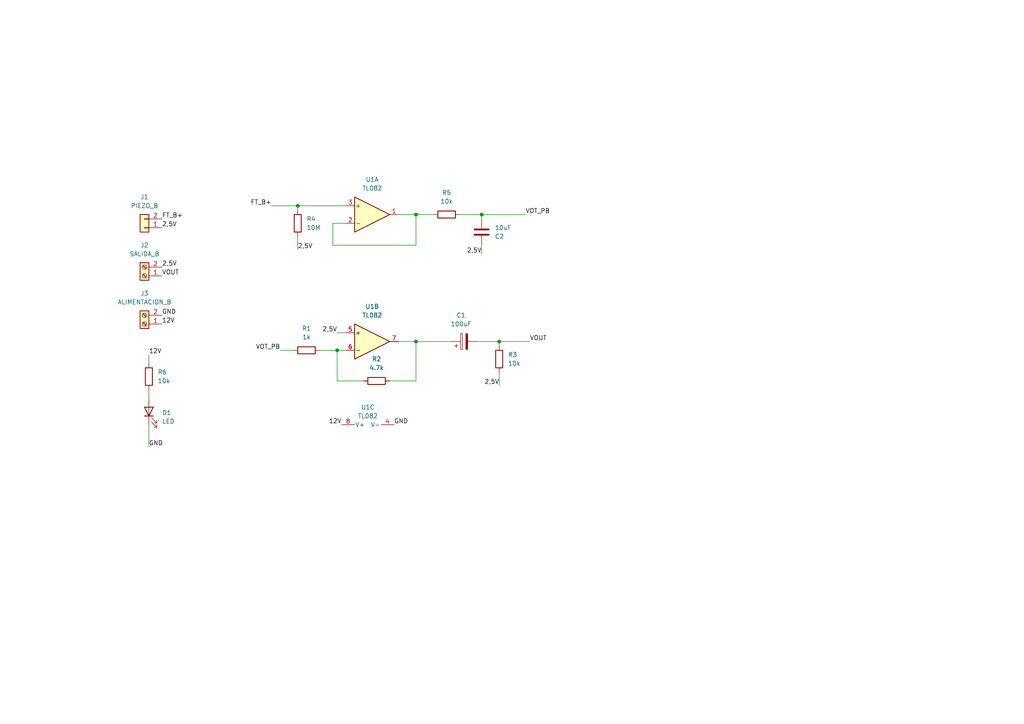
<source format=kicad_sch>
(kicad_sch
	(version 20250114)
	(generator "eeschema")
	(generator_version "9.0")
	(uuid "f17f360c-9716-427d-a393-065745798bad")
	(paper "A4")
	(lib_symbols
		(symbol "Amplifier_Operational:TL082"
			(pin_names
				(offset 0.127)
			)
			(exclude_from_sim no)
			(in_bom yes)
			(on_board yes)
			(property "Reference" "U"
				(at 0 5.08 0)
				(effects
					(font
						(size 1.27 1.27)
					)
					(justify left)
				)
			)
			(property "Value" "TL082"
				(at 0 -5.08 0)
				(effects
					(font
						(size 1.27 1.27)
					)
					(justify left)
				)
			)
			(property "Footprint" ""
				(at 0 0 0)
				(effects
					(font
						(size 1.27 1.27)
					)
					(hide yes)
				)
			)
			(property "Datasheet" "http://www.ti.com/lit/ds/symlink/tl081.pdf"
				(at 0 0 0)
				(effects
					(font
						(size 1.27 1.27)
					)
					(hide yes)
				)
			)
			(property "Description" "Dual JFET-Input Operational Amplifiers, DIP-8/SOIC-8/SSOP-8"
				(at 0 0 0)
				(effects
					(font
						(size 1.27 1.27)
					)
					(hide yes)
				)
			)
			(property "ki_locked" ""
				(at 0 0 0)
				(effects
					(font
						(size 1.27 1.27)
					)
				)
			)
			(property "ki_keywords" "dual opamp"
				(at 0 0 0)
				(effects
					(font
						(size 1.27 1.27)
					)
					(hide yes)
				)
			)
			(property "ki_fp_filters" "SOIC*3.9x4.9mm*P1.27mm* DIP*W7.62mm* TO*99* OnSemi*Micro8* TSSOP*3x3mm*P0.65mm* TSSOP*4.4x3mm*P0.65mm* MSOP*3x3mm*P0.65mm* SSOP*3.9x4.9mm*P0.635mm* LFCSP*2x2mm*P0.5mm* *SIP* SOIC*5.3x6.2mm*P1.27mm*"
				(at 0 0 0)
				(effects
					(font
						(size 1.27 1.27)
					)
					(hide yes)
				)
			)
			(symbol "TL082_1_1"
				(polyline
					(pts
						(xy -5.08 5.08) (xy 5.08 0) (xy -5.08 -5.08) (xy -5.08 5.08)
					)
					(stroke
						(width 0.254)
						(type default)
					)
					(fill
						(type background)
					)
				)
				(pin input line
					(at -7.62 2.54 0)
					(length 2.54)
					(name "+"
						(effects
							(font
								(size 1.27 1.27)
							)
						)
					)
					(number "3"
						(effects
							(font
								(size 1.27 1.27)
							)
						)
					)
				)
				(pin input line
					(at -7.62 -2.54 0)
					(length 2.54)
					(name "-"
						(effects
							(font
								(size 1.27 1.27)
							)
						)
					)
					(number "2"
						(effects
							(font
								(size 1.27 1.27)
							)
						)
					)
				)
				(pin output line
					(at 7.62 0 180)
					(length 2.54)
					(name "~"
						(effects
							(font
								(size 1.27 1.27)
							)
						)
					)
					(number "1"
						(effects
							(font
								(size 1.27 1.27)
							)
						)
					)
				)
			)
			(symbol "TL082_2_1"
				(polyline
					(pts
						(xy -5.08 5.08) (xy 5.08 0) (xy -5.08 -5.08) (xy -5.08 5.08)
					)
					(stroke
						(width 0.254)
						(type default)
					)
					(fill
						(type background)
					)
				)
				(pin input line
					(at -7.62 2.54 0)
					(length 2.54)
					(name "+"
						(effects
							(font
								(size 1.27 1.27)
							)
						)
					)
					(number "5"
						(effects
							(font
								(size 1.27 1.27)
							)
						)
					)
				)
				(pin input line
					(at -7.62 -2.54 0)
					(length 2.54)
					(name "-"
						(effects
							(font
								(size 1.27 1.27)
							)
						)
					)
					(number "6"
						(effects
							(font
								(size 1.27 1.27)
							)
						)
					)
				)
				(pin output line
					(at 7.62 0 180)
					(length 2.54)
					(name "~"
						(effects
							(font
								(size 1.27 1.27)
							)
						)
					)
					(number "7"
						(effects
							(font
								(size 1.27 1.27)
							)
						)
					)
				)
			)
			(symbol "TL082_3_1"
				(pin power_in line
					(at -2.54 7.62 270)
					(length 3.81)
					(name "V+"
						(effects
							(font
								(size 1.27 1.27)
							)
						)
					)
					(number "8"
						(effects
							(font
								(size 1.27 1.27)
							)
						)
					)
				)
				(pin power_in line
					(at -2.54 -7.62 90)
					(length 3.81)
					(name "V-"
						(effects
							(font
								(size 1.27 1.27)
							)
						)
					)
					(number "4"
						(effects
							(font
								(size 1.27 1.27)
							)
						)
					)
				)
			)
			(embedded_fonts no)
		)
		(symbol "Connector:Screw_Terminal_01x02"
			(pin_names
				(offset 1.016)
				(hide yes)
			)
			(exclude_from_sim no)
			(in_bom yes)
			(on_board yes)
			(property "Reference" "J"
				(at 0 2.54 0)
				(effects
					(font
						(size 1.27 1.27)
					)
				)
			)
			(property "Value" "Screw_Terminal_01x02"
				(at 0 -5.08 0)
				(effects
					(font
						(size 1.27 1.27)
					)
				)
			)
			(property "Footprint" ""
				(at 0 0 0)
				(effects
					(font
						(size 1.27 1.27)
					)
					(hide yes)
				)
			)
			(property "Datasheet" "~"
				(at 0 0 0)
				(effects
					(font
						(size 1.27 1.27)
					)
					(hide yes)
				)
			)
			(property "Description" "Generic screw terminal, single row, 01x02, script generated (kicad-library-utils/schlib/autogen/connector/)"
				(at 0 0 0)
				(effects
					(font
						(size 1.27 1.27)
					)
					(hide yes)
				)
			)
			(property "ki_keywords" "screw terminal"
				(at 0 0 0)
				(effects
					(font
						(size 1.27 1.27)
					)
					(hide yes)
				)
			)
			(property "ki_fp_filters" "TerminalBlock*:*"
				(at 0 0 0)
				(effects
					(font
						(size 1.27 1.27)
					)
					(hide yes)
				)
			)
			(symbol "Screw_Terminal_01x02_1_1"
				(rectangle
					(start -1.27 1.27)
					(end 1.27 -3.81)
					(stroke
						(width 0.254)
						(type default)
					)
					(fill
						(type background)
					)
				)
				(polyline
					(pts
						(xy -0.5334 0.3302) (xy 0.3302 -0.508)
					)
					(stroke
						(width 0.1524)
						(type default)
					)
					(fill
						(type none)
					)
				)
				(polyline
					(pts
						(xy -0.5334 -2.2098) (xy 0.3302 -3.048)
					)
					(stroke
						(width 0.1524)
						(type default)
					)
					(fill
						(type none)
					)
				)
				(polyline
					(pts
						(xy -0.3556 0.508) (xy 0.508 -0.3302)
					)
					(stroke
						(width 0.1524)
						(type default)
					)
					(fill
						(type none)
					)
				)
				(polyline
					(pts
						(xy -0.3556 -2.032) (xy 0.508 -2.8702)
					)
					(stroke
						(width 0.1524)
						(type default)
					)
					(fill
						(type none)
					)
				)
				(circle
					(center 0 0)
					(radius 0.635)
					(stroke
						(width 0.1524)
						(type default)
					)
					(fill
						(type none)
					)
				)
				(circle
					(center 0 -2.54)
					(radius 0.635)
					(stroke
						(width 0.1524)
						(type default)
					)
					(fill
						(type none)
					)
				)
				(pin passive line
					(at -5.08 0 0)
					(length 3.81)
					(name "Pin_1"
						(effects
							(font
								(size 1.27 1.27)
							)
						)
					)
					(number "1"
						(effects
							(font
								(size 1.27 1.27)
							)
						)
					)
				)
				(pin passive line
					(at -5.08 -2.54 0)
					(length 3.81)
					(name "Pin_2"
						(effects
							(font
								(size 1.27 1.27)
							)
						)
					)
					(number "2"
						(effects
							(font
								(size 1.27 1.27)
							)
						)
					)
				)
			)
			(embedded_fonts no)
		)
		(symbol "Connector_Generic:Conn_01x02"
			(pin_names
				(offset 1.016)
				(hide yes)
			)
			(exclude_from_sim no)
			(in_bom yes)
			(on_board yes)
			(property "Reference" "J"
				(at 0 2.54 0)
				(effects
					(font
						(size 1.27 1.27)
					)
				)
			)
			(property "Value" "Conn_01x02"
				(at 0 -5.08 0)
				(effects
					(font
						(size 1.27 1.27)
					)
				)
			)
			(property "Footprint" ""
				(at 0 0 0)
				(effects
					(font
						(size 1.27 1.27)
					)
					(hide yes)
				)
			)
			(property "Datasheet" "~"
				(at 0 0 0)
				(effects
					(font
						(size 1.27 1.27)
					)
					(hide yes)
				)
			)
			(property "Description" "Generic connector, single row, 01x02, script generated (kicad-library-utils/schlib/autogen/connector/)"
				(at 0 0 0)
				(effects
					(font
						(size 1.27 1.27)
					)
					(hide yes)
				)
			)
			(property "ki_keywords" "connector"
				(at 0 0 0)
				(effects
					(font
						(size 1.27 1.27)
					)
					(hide yes)
				)
			)
			(property "ki_fp_filters" "Connector*:*_1x??_*"
				(at 0 0 0)
				(effects
					(font
						(size 1.27 1.27)
					)
					(hide yes)
				)
			)
			(symbol "Conn_01x02_1_1"
				(rectangle
					(start -1.27 1.27)
					(end 1.27 -3.81)
					(stroke
						(width 0.254)
						(type default)
					)
					(fill
						(type background)
					)
				)
				(rectangle
					(start -1.27 0.127)
					(end 0 -0.127)
					(stroke
						(width 0.1524)
						(type default)
					)
					(fill
						(type none)
					)
				)
				(rectangle
					(start -1.27 -2.413)
					(end 0 -2.667)
					(stroke
						(width 0.1524)
						(type default)
					)
					(fill
						(type none)
					)
				)
				(pin passive line
					(at -5.08 0 0)
					(length 3.81)
					(name "Pin_1"
						(effects
							(font
								(size 1.27 1.27)
							)
						)
					)
					(number "1"
						(effects
							(font
								(size 1.27 1.27)
							)
						)
					)
				)
				(pin passive line
					(at -5.08 -2.54 0)
					(length 3.81)
					(name "Pin_2"
						(effects
							(font
								(size 1.27 1.27)
							)
						)
					)
					(number "2"
						(effects
							(font
								(size 1.27 1.27)
							)
						)
					)
				)
			)
			(embedded_fonts no)
		)
		(symbol "Device:C"
			(pin_numbers
				(hide yes)
			)
			(pin_names
				(offset 0.254)
			)
			(exclude_from_sim no)
			(in_bom yes)
			(on_board yes)
			(property "Reference" "C"
				(at 0.635 2.54 0)
				(effects
					(font
						(size 1.27 1.27)
					)
					(justify left)
				)
			)
			(property "Value" "C"
				(at 0.635 -2.54 0)
				(effects
					(font
						(size 1.27 1.27)
					)
					(justify left)
				)
			)
			(property "Footprint" ""
				(at 0.9652 -3.81 0)
				(effects
					(font
						(size 1.27 1.27)
					)
					(hide yes)
				)
			)
			(property "Datasheet" "~"
				(at 0 0 0)
				(effects
					(font
						(size 1.27 1.27)
					)
					(hide yes)
				)
			)
			(property "Description" "Unpolarized capacitor"
				(at 0 0 0)
				(effects
					(font
						(size 1.27 1.27)
					)
					(hide yes)
				)
			)
			(property "ki_keywords" "cap capacitor"
				(at 0 0 0)
				(effects
					(font
						(size 1.27 1.27)
					)
					(hide yes)
				)
			)
			(property "ki_fp_filters" "C_*"
				(at 0 0 0)
				(effects
					(font
						(size 1.27 1.27)
					)
					(hide yes)
				)
			)
			(symbol "C_0_1"
				(polyline
					(pts
						(xy -2.032 0.762) (xy 2.032 0.762)
					)
					(stroke
						(width 0.508)
						(type default)
					)
					(fill
						(type none)
					)
				)
				(polyline
					(pts
						(xy -2.032 -0.762) (xy 2.032 -0.762)
					)
					(stroke
						(width 0.508)
						(type default)
					)
					(fill
						(type none)
					)
				)
			)
			(symbol "C_1_1"
				(pin passive line
					(at 0 3.81 270)
					(length 2.794)
					(name "~"
						(effects
							(font
								(size 1.27 1.27)
							)
						)
					)
					(number "1"
						(effects
							(font
								(size 1.27 1.27)
							)
						)
					)
				)
				(pin passive line
					(at 0 -3.81 90)
					(length 2.794)
					(name "~"
						(effects
							(font
								(size 1.27 1.27)
							)
						)
					)
					(number "2"
						(effects
							(font
								(size 1.27 1.27)
							)
						)
					)
				)
			)
			(embedded_fonts no)
		)
		(symbol "Device:C_Polarized"
			(pin_numbers
				(hide yes)
			)
			(pin_names
				(offset 0.254)
			)
			(exclude_from_sim no)
			(in_bom yes)
			(on_board yes)
			(property "Reference" "C"
				(at 0.635 2.54 0)
				(effects
					(font
						(size 1.27 1.27)
					)
					(justify left)
				)
			)
			(property "Value" "C_Polarized"
				(at 0.635 -2.54 0)
				(effects
					(font
						(size 1.27 1.27)
					)
					(justify left)
				)
			)
			(property "Footprint" ""
				(at 0.9652 -3.81 0)
				(effects
					(font
						(size 1.27 1.27)
					)
					(hide yes)
				)
			)
			(property "Datasheet" "~"
				(at 0 0 0)
				(effects
					(font
						(size 1.27 1.27)
					)
					(hide yes)
				)
			)
			(property "Description" "Polarized capacitor"
				(at 0 0 0)
				(effects
					(font
						(size 1.27 1.27)
					)
					(hide yes)
				)
			)
			(property "ki_keywords" "cap capacitor"
				(at 0 0 0)
				(effects
					(font
						(size 1.27 1.27)
					)
					(hide yes)
				)
			)
			(property "ki_fp_filters" "CP_*"
				(at 0 0 0)
				(effects
					(font
						(size 1.27 1.27)
					)
					(hide yes)
				)
			)
			(symbol "C_Polarized_0_1"
				(rectangle
					(start -2.286 0.508)
					(end 2.286 1.016)
					(stroke
						(width 0)
						(type default)
					)
					(fill
						(type none)
					)
				)
				(polyline
					(pts
						(xy -1.778 2.286) (xy -0.762 2.286)
					)
					(stroke
						(width 0)
						(type default)
					)
					(fill
						(type none)
					)
				)
				(polyline
					(pts
						(xy -1.27 2.794) (xy -1.27 1.778)
					)
					(stroke
						(width 0)
						(type default)
					)
					(fill
						(type none)
					)
				)
				(rectangle
					(start 2.286 -0.508)
					(end -2.286 -1.016)
					(stroke
						(width 0)
						(type default)
					)
					(fill
						(type outline)
					)
				)
			)
			(symbol "C_Polarized_1_1"
				(pin passive line
					(at 0 3.81 270)
					(length 2.794)
					(name "~"
						(effects
							(font
								(size 1.27 1.27)
							)
						)
					)
					(number "1"
						(effects
							(font
								(size 1.27 1.27)
							)
						)
					)
				)
				(pin passive line
					(at 0 -3.81 90)
					(length 2.794)
					(name "~"
						(effects
							(font
								(size 1.27 1.27)
							)
						)
					)
					(number "2"
						(effects
							(font
								(size 1.27 1.27)
							)
						)
					)
				)
			)
			(embedded_fonts no)
		)
		(symbol "Device:LED"
			(pin_numbers
				(hide yes)
			)
			(pin_names
				(offset 1.016)
				(hide yes)
			)
			(exclude_from_sim no)
			(in_bom yes)
			(on_board yes)
			(property "Reference" "D"
				(at 0 2.54 0)
				(effects
					(font
						(size 1.27 1.27)
					)
				)
			)
			(property "Value" "LED"
				(at 0 -2.54 0)
				(effects
					(font
						(size 1.27 1.27)
					)
				)
			)
			(property "Footprint" ""
				(at 0 0 0)
				(effects
					(font
						(size 1.27 1.27)
					)
					(hide yes)
				)
			)
			(property "Datasheet" "~"
				(at 0 0 0)
				(effects
					(font
						(size 1.27 1.27)
					)
					(hide yes)
				)
			)
			(property "Description" "Light emitting diode"
				(at 0 0 0)
				(effects
					(font
						(size 1.27 1.27)
					)
					(hide yes)
				)
			)
			(property "Sim.Pins" "1=K 2=A"
				(at 0 0 0)
				(effects
					(font
						(size 1.27 1.27)
					)
					(hide yes)
				)
			)
			(property "ki_keywords" "LED diode"
				(at 0 0 0)
				(effects
					(font
						(size 1.27 1.27)
					)
					(hide yes)
				)
			)
			(property "ki_fp_filters" "LED* LED_SMD:* LED_THT:*"
				(at 0 0 0)
				(effects
					(font
						(size 1.27 1.27)
					)
					(hide yes)
				)
			)
			(symbol "LED_0_1"
				(polyline
					(pts
						(xy -3.048 -0.762) (xy -4.572 -2.286) (xy -3.81 -2.286) (xy -4.572 -2.286) (xy -4.572 -1.524)
					)
					(stroke
						(width 0)
						(type default)
					)
					(fill
						(type none)
					)
				)
				(polyline
					(pts
						(xy -1.778 -0.762) (xy -3.302 -2.286) (xy -2.54 -2.286) (xy -3.302 -2.286) (xy -3.302 -1.524)
					)
					(stroke
						(width 0)
						(type default)
					)
					(fill
						(type none)
					)
				)
				(polyline
					(pts
						(xy -1.27 0) (xy 1.27 0)
					)
					(stroke
						(width 0)
						(type default)
					)
					(fill
						(type none)
					)
				)
				(polyline
					(pts
						(xy -1.27 -1.27) (xy -1.27 1.27)
					)
					(stroke
						(width 0.254)
						(type default)
					)
					(fill
						(type none)
					)
				)
				(polyline
					(pts
						(xy 1.27 -1.27) (xy 1.27 1.27) (xy -1.27 0) (xy 1.27 -1.27)
					)
					(stroke
						(width 0.254)
						(type default)
					)
					(fill
						(type none)
					)
				)
			)
			(symbol "LED_1_1"
				(pin passive line
					(at -3.81 0 0)
					(length 2.54)
					(name "K"
						(effects
							(font
								(size 1.27 1.27)
							)
						)
					)
					(number "1"
						(effects
							(font
								(size 1.27 1.27)
							)
						)
					)
				)
				(pin passive line
					(at 3.81 0 180)
					(length 2.54)
					(name "A"
						(effects
							(font
								(size 1.27 1.27)
							)
						)
					)
					(number "2"
						(effects
							(font
								(size 1.27 1.27)
							)
						)
					)
				)
			)
			(embedded_fonts no)
		)
		(symbol "Device:R"
			(pin_numbers
				(hide yes)
			)
			(pin_names
				(offset 0)
			)
			(exclude_from_sim no)
			(in_bom yes)
			(on_board yes)
			(property "Reference" "R"
				(at 2.032 0 90)
				(effects
					(font
						(size 1.27 1.27)
					)
				)
			)
			(property "Value" "R"
				(at 0 0 90)
				(effects
					(font
						(size 1.27 1.27)
					)
				)
			)
			(property "Footprint" ""
				(at -1.778 0 90)
				(effects
					(font
						(size 1.27 1.27)
					)
					(hide yes)
				)
			)
			(property "Datasheet" "~"
				(at 0 0 0)
				(effects
					(font
						(size 1.27 1.27)
					)
					(hide yes)
				)
			)
			(property "Description" "Resistor"
				(at 0 0 0)
				(effects
					(font
						(size 1.27 1.27)
					)
					(hide yes)
				)
			)
			(property "ki_keywords" "R res resistor"
				(at 0 0 0)
				(effects
					(font
						(size 1.27 1.27)
					)
					(hide yes)
				)
			)
			(property "ki_fp_filters" "R_*"
				(at 0 0 0)
				(effects
					(font
						(size 1.27 1.27)
					)
					(hide yes)
				)
			)
			(symbol "R_0_1"
				(rectangle
					(start -1.016 -2.54)
					(end 1.016 2.54)
					(stroke
						(width 0.254)
						(type default)
					)
					(fill
						(type none)
					)
				)
			)
			(symbol "R_1_1"
				(pin passive line
					(at 0 3.81 270)
					(length 1.27)
					(name "~"
						(effects
							(font
								(size 1.27 1.27)
							)
						)
					)
					(number "1"
						(effects
							(font
								(size 1.27 1.27)
							)
						)
					)
				)
				(pin passive line
					(at 0 -3.81 90)
					(length 1.27)
					(name "~"
						(effects
							(font
								(size 1.27 1.27)
							)
						)
					)
					(number "2"
						(effects
							(font
								(size 1.27 1.27)
							)
						)
					)
				)
			)
			(embedded_fonts no)
		)
	)
	(junction
		(at 144.78 99.06)
		(diameter 0)
		(color 0 0 0 0)
		(uuid "3c12ceaa-d5a8-4b92-8fbf-ad3c3d2b2af2")
	)
	(junction
		(at 139.7 62.23)
		(diameter 0)
		(color 0 0 0 0)
		(uuid "4c44f83b-2573-4bf2-8ed4-509cc49c0720")
	)
	(junction
		(at 120.65 62.23)
		(diameter 0)
		(color 0 0 0 0)
		(uuid "52a62dfb-30d0-4ac2-8c43-b034ff786c7c")
	)
	(junction
		(at 120.65 99.06)
		(diameter 0)
		(color 0 0 0 0)
		(uuid "be30f393-7e60-4072-990d-f7deb572e20c")
	)
	(junction
		(at 86.36 59.69)
		(diameter 0)
		(color 0 0 0 0)
		(uuid "d2fbee86-25ee-448d-95d0-ef7aac13e963")
	)
	(junction
		(at 97.79 101.6)
		(diameter 0)
		(color 0 0 0 0)
		(uuid "e446eaf5-8be4-458c-b0ac-623ba2de3bd9")
	)
	(wire
		(pts
			(xy 144.78 99.06) (xy 153.67 99.06)
		)
		(stroke
			(width 0)
			(type default)
		)
		(uuid "03755f2f-7978-4e0c-9d59-4bfe33febaba")
	)
	(wire
		(pts
			(xy 97.79 96.52) (xy 100.33 96.52)
		)
		(stroke
			(width 0)
			(type default)
		)
		(uuid "0f3b890d-d2f5-4e7e-8774-769df74410e7")
	)
	(wire
		(pts
			(xy 86.36 59.69) (xy 100.33 59.69)
		)
		(stroke
			(width 0)
			(type default)
		)
		(uuid "1e85cff4-926c-419e-ba26-a2ff1de7ba3a")
	)
	(wire
		(pts
			(xy 113.03 110.49) (xy 120.65 110.49)
		)
		(stroke
			(width 0)
			(type default)
		)
		(uuid "23df2bfb-a236-4b2d-8c3c-ca4f698f5e21")
	)
	(wire
		(pts
			(xy 133.35 62.23) (xy 139.7 62.23)
		)
		(stroke
			(width 0)
			(type default)
		)
		(uuid "2b072642-dd4c-49ef-9776-81c83c369faf")
	)
	(wire
		(pts
			(xy 120.65 99.06) (xy 115.57 99.06)
		)
		(stroke
			(width 0)
			(type default)
		)
		(uuid "2bbe1432-bf03-4463-9f84-519b311f8723")
	)
	(wire
		(pts
			(xy 97.79 101.6) (xy 100.33 101.6)
		)
		(stroke
			(width 0)
			(type default)
		)
		(uuid "33a58269-065a-40b1-9995-3f7b2f0947f4")
	)
	(wire
		(pts
			(xy 92.71 101.6) (xy 97.79 101.6)
		)
		(stroke
			(width 0)
			(type default)
		)
		(uuid "34cda39f-ad26-4f0e-ad7c-74f6b754a0ce")
	)
	(wire
		(pts
			(xy 86.36 59.69) (xy 86.36 60.96)
		)
		(stroke
			(width 0)
			(type default)
		)
		(uuid "3a2925ab-a497-4b9a-9af3-d95d474c8d69")
	)
	(wire
		(pts
			(xy 139.7 62.23) (xy 152.4 62.23)
		)
		(stroke
			(width 0)
			(type default)
		)
		(uuid "5c4bb103-de97-407d-9d75-a422efb57885")
	)
	(wire
		(pts
			(xy 120.65 62.23) (xy 125.73 62.23)
		)
		(stroke
			(width 0)
			(type default)
		)
		(uuid "5e9f3b5a-f897-441c-a937-6f21d034c723")
	)
	(wire
		(pts
			(xy 97.79 110.49) (xy 105.41 110.49)
		)
		(stroke
			(width 0)
			(type default)
		)
		(uuid "69394798-78fa-4a6a-8639-328b48244ed4")
	)
	(wire
		(pts
			(xy 115.57 62.23) (xy 120.65 62.23)
		)
		(stroke
			(width 0)
			(type default)
		)
		(uuid "6e0b5cf3-a427-461d-8a69-7e948e887d07")
	)
	(wire
		(pts
			(xy 139.7 62.23) (xy 139.7 63.5)
		)
		(stroke
			(width 0)
			(type default)
		)
		(uuid "7456ce84-2311-4683-adf3-038e6084c720")
	)
	(wire
		(pts
			(xy 96.52 71.12) (xy 120.65 71.12)
		)
		(stroke
			(width 0)
			(type default)
		)
		(uuid "74dd7247-6376-42e7-9876-15d7e8ef7bd3")
	)
	(wire
		(pts
			(xy 144.78 107.95) (xy 144.78 111.76)
		)
		(stroke
			(width 0)
			(type default)
		)
		(uuid "76b53f6d-f3c7-4c07-9174-6ea88d0a64cd")
	)
	(wire
		(pts
			(xy 97.79 101.6) (xy 97.79 110.49)
		)
		(stroke
			(width 0)
			(type default)
		)
		(uuid "829b5c03-03dd-4d99-abbb-313002e145e5")
	)
	(wire
		(pts
			(xy 139.7 73.66) (xy 139.7 71.12)
		)
		(stroke
			(width 0)
			(type default)
		)
		(uuid "880a75b2-8b87-4e4f-872b-98be1738fb04")
	)
	(wire
		(pts
			(xy 130.81 99.06) (xy 120.65 99.06)
		)
		(stroke
			(width 0)
			(type default)
		)
		(uuid "95e8c4c5-17e2-485d-b87a-8f47cebacf43")
	)
	(wire
		(pts
			(xy 81.28 101.6) (xy 85.09 101.6)
		)
		(stroke
			(width 0)
			(type default)
		)
		(uuid "aadcfaab-da83-489b-bfb7-19ee1e7eaa4d")
	)
	(wire
		(pts
			(xy 144.78 99.06) (xy 138.43 99.06)
		)
		(stroke
			(width 0)
			(type default)
		)
		(uuid "af411d75-bfeb-417b-a06f-e9b79ccddb1e")
	)
	(wire
		(pts
			(xy 86.36 68.58) (xy 86.36 72.39)
		)
		(stroke
			(width 0)
			(type default)
		)
		(uuid "b77339f8-326c-499f-9768-35fb07673a47")
	)
	(wire
		(pts
			(xy 43.18 123.19) (xy 43.18 129.54)
		)
		(stroke
			(width 0)
			(type default)
		)
		(uuid "bf5023dd-3112-4623-bc61-9a1d96aac8f3")
	)
	(wire
		(pts
			(xy 120.65 71.12) (xy 120.65 62.23)
		)
		(stroke
			(width 0)
			(type default)
		)
		(uuid "c13bff66-0d9e-4515-b30a-2be0b1f50292")
	)
	(wire
		(pts
			(xy 120.65 110.49) (xy 120.65 99.06)
		)
		(stroke
			(width 0)
			(type default)
		)
		(uuid "cd936385-295e-4472-9be3-0f25915b0eab")
	)
	(wire
		(pts
			(xy 144.78 100.33) (xy 144.78 99.06)
		)
		(stroke
			(width 0)
			(type default)
		)
		(uuid "d8f400e1-edbd-4489-8016-a806617eed21")
	)
	(wire
		(pts
			(xy 96.52 64.77) (xy 96.52 71.12)
		)
		(stroke
			(width 0)
			(type default)
		)
		(uuid "daea7dd9-199d-4027-9f49-537c3af24339")
	)
	(wire
		(pts
			(xy 43.18 113.03) (xy 43.18 115.57)
		)
		(stroke
			(width 0)
			(type default)
		)
		(uuid "e0d32f9b-148c-4958-b703-4904db116ab8")
	)
	(wire
		(pts
			(xy 43.18 102.87) (xy 43.18 105.41)
		)
		(stroke
			(width 0)
			(type default)
		)
		(uuid "e4cc25d4-8eee-4266-bd58-232103d3426b")
	)
	(wire
		(pts
			(xy 78.74 59.69) (xy 86.36 59.69)
		)
		(stroke
			(width 0)
			(type default)
		)
		(uuid "f93dd61e-14aa-4bb0-a270-f38c70b08211")
	)
	(wire
		(pts
			(xy 100.33 64.77) (xy 96.52 64.77)
		)
		(stroke
			(width 0)
			(type default)
		)
		(uuid "fb181790-ecb2-4402-a881-af1a2952ab53")
	)
	(label "FT_B+"
		(at 46.99 63.5 0)
		(effects
			(font
				(size 1.27 1.27)
			)
			(justify left bottom)
		)
		(uuid "03a68076-1398-4913-8571-9b9ddb005fea")
	)
	(label "2,5V"
		(at 144.78 111.76 180)
		(effects
			(font
				(size 1.27 1.27)
			)
			(justify right bottom)
		)
		(uuid "34a78717-b56c-4ff6-9695-d0d25c4274b1")
	)
	(label "GND"
		(at 43.18 129.54 0)
		(effects
			(font
				(size 1.27 1.27)
			)
			(justify left bottom)
		)
		(uuid "3f1da55e-708a-43e4-b4c9-8b1884c0e3dc")
	)
	(label "VOT_PB"
		(at 81.28 101.6 180)
		(effects
			(font
				(size 1.27 1.27)
			)
			(justify right bottom)
		)
		(uuid "432eda26-0ea5-491e-bfc3-eda6332d2e84")
	)
	(label "FT_B+"
		(at 78.74 59.69 180)
		(effects
			(font
				(size 1.27 1.27)
			)
			(justify right bottom)
		)
		(uuid "5fc50409-9d17-4ca9-a0eb-c7c77ffe9c50")
	)
	(label "VOUT"
		(at 153.67 99.06 0)
		(effects
			(font
				(size 1.27 1.27)
			)
			(justify left bottom)
		)
		(uuid "77f0df44-6139-46d4-9c8a-51c16c806d09")
	)
	(label "12V"
		(at 99.06 123.19 180)
		(effects
			(font
				(size 1.27 1.27)
			)
			(justify right bottom)
		)
		(uuid "91c0600c-8fb6-4ae7-bec1-56a85350a2b1")
	)
	(label "GND"
		(at 114.3 123.19 0)
		(effects
			(font
				(size 1.27 1.27)
			)
			(justify left bottom)
		)
		(uuid "9fa6a685-28c1-45d5-af9b-5182359dd2c2")
	)
	(label "12V"
		(at 46.99 93.98 0)
		(effects
			(font
				(size 1.27 1.27)
			)
			(justify left bottom)
		)
		(uuid "abe46e5f-ce64-4415-98bb-12b5a722764a")
	)
	(label "2,5V"
		(at 46.99 66.04 0)
		(effects
			(font
				(size 1.27 1.27)
			)
			(justify left bottom)
		)
		(uuid "bcb31fee-6670-42ca-b68b-eca2303177ea")
	)
	(label "VOUT"
		(at 46.99 80.01 0)
		(effects
			(font
				(size 1.27 1.27)
			)
			(justify left bottom)
		)
		(uuid "d410a37e-62c8-490c-8555-8ffad74045a5")
	)
	(label "12V"
		(at 43.18 102.87 0)
		(effects
			(font
				(size 1.27 1.27)
			)
			(justify left bottom)
		)
		(uuid "d73d074b-9027-4209-aa61-1cc9d96f4446")
	)
	(label "GND"
		(at 46.99 91.44 0)
		(effects
			(font
				(size 1.27 1.27)
			)
			(justify left bottom)
		)
		(uuid "e4517984-434e-4794-8675-cc607760e1ce")
	)
	(label "VOT_PB"
		(at 152.4 62.23 0)
		(effects
			(font
				(size 1.27 1.27)
			)
			(justify left bottom)
		)
		(uuid "ee700f09-3936-4ed1-9962-d69b13924d04")
	)
	(label "2,5V"
		(at 97.79 96.52 180)
		(effects
			(font
				(size 1.27 1.27)
			)
			(justify right bottom)
		)
		(uuid "eece101e-cc85-416e-bb62-2db5147a4648")
	)
	(label "2,5V"
		(at 86.36 72.39 0)
		(effects
			(font
				(size 1.27 1.27)
			)
			(justify left bottom)
		)
		(uuid "f0a84b59-ac76-4c7b-9982-a35e79e672ea")
	)
	(label "2,5V"
		(at 139.7 73.66 180)
		(effects
			(font
				(size 1.27 1.27)
			)
			(justify right bottom)
		)
		(uuid "f56cf040-a298-4716-9166-174d5e664f5c")
	)
	(label "2,5V"
		(at 46.99 77.47 0)
		(effects
			(font
				(size 1.27 1.27)
			)
			(justify left bottom)
		)
		(uuid "fac017cf-111c-4a96-b92b-19ddd00dd737")
	)
	(symbol
		(lib_id "Amplifier_Operational:TL082")
		(at 107.95 62.23 0)
		(unit 1)
		(exclude_from_sim no)
		(in_bom yes)
		(on_board yes)
		(dnp no)
		(fields_autoplaced yes)
		(uuid "1410c7c5-2b47-4224-b31b-18ec06ba3bf6")
		(property "Reference" "U1"
			(at 107.95 52.07 0)
			(effects
				(font
					(size 1.27 1.27)
				)
			)
		)
		(property "Value" "TL082"
			(at 107.95 54.61 0)
			(effects
				(font
					(size 1.27 1.27)
				)
			)
		)
		(property "Footprint" "Package_DIP:DIP-8_W7.62mm"
			(at 107.95 62.23 0)
			(effects
				(font
					(size 1.27 1.27)
				)
				(hide yes)
			)
		)
		(property "Datasheet" "http://www.ti.com/lit/ds/symlink/tl081.pdf"
			(at 107.95 62.23 0)
			(effects
				(font
					(size 1.27 1.27)
				)
				(hide yes)
			)
		)
		(property "Description" "Dual JFET-Input Operational Amplifiers, DIP-8/SOIC-8/SSOP-8"
			(at 107.95 62.23 0)
			(effects
				(font
					(size 1.27 1.27)
				)
				(hide yes)
			)
		)
		(pin "3"
			(uuid "15826f5f-0cdd-4e0e-9319-8b47de2d266e")
		)
		(pin "6"
			(uuid "44089918-2051-4476-98e9-13f2324522ab")
		)
		(pin "7"
			(uuid "d012530b-e4a8-4805-84fe-f00ed5a8b4de")
		)
		(pin "2"
			(uuid "309811aa-bf4e-4fb2-98d3-265bf3057a3f")
		)
		(pin "1"
			(uuid "0c100316-2545-4f66-8779-fc68c18c7de2")
		)
		(pin "8"
			(uuid "bfdbb177-64b9-4163-b068-077b789d2348")
		)
		(pin "4"
			(uuid "2b1468e6-c3e1-40f5-b209-fa0fc880a1a0")
		)
		(pin "5"
			(uuid "e346800a-17ca-4f58-a094-7e2a7d171cb9")
		)
		(instances
			(project "Proyecto"
				(path "/f17f360c-9716-427d-a393-065745798bad"
					(reference "U1")
					(unit 1)
				)
			)
		)
	)
	(symbol
		(lib_id "Connector_Generic:Conn_01x02")
		(at 41.91 66.04 180)
		(unit 1)
		(exclude_from_sim no)
		(in_bom yes)
		(on_board yes)
		(dnp no)
		(fields_autoplaced yes)
		(uuid "2d343494-66a9-4536-b5ed-4c456b0312f7")
		(property "Reference" "J1"
			(at 41.91 57.15 0)
			(effects
				(font
					(size 1.27 1.27)
				)
			)
		)
		(property "Value" "PIEZO_B"
			(at 41.91 59.69 0)
			(effects
				(font
					(size 1.27 1.27)
				)
			)
		)
		(property "Footprint" "Connector_PinSocket_2.54mm:PinSocket_1x02_P2.54mm_Vertical"
			(at 41.91 66.04 0)
			(effects
				(font
					(size 1.27 1.27)
				)
				(hide yes)
			)
		)
		(property "Datasheet" "~"
			(at 41.91 66.04 0)
			(effects
				(font
					(size 1.27 1.27)
				)
				(hide yes)
			)
		)
		(property "Description" "Generic connector, single row, 01x02, script generated (kicad-library-utils/schlib/autogen/connector/)"
			(at 41.91 66.04 0)
			(effects
				(font
					(size 1.27 1.27)
				)
				(hide yes)
			)
		)
		(pin "1"
			(uuid "e3e8f2cb-2824-41ee-9412-13d8733207be")
		)
		(pin "2"
			(uuid "6f0fb599-3546-47bf-a358-e0a85c0f9bcb")
		)
		(instances
			(project ""
				(path "/f17f360c-9716-427d-a393-065745798bad"
					(reference "J1")
					(unit 1)
				)
			)
		)
	)
	(symbol
		(lib_id "Amplifier_Operational:TL082")
		(at 106.68 120.65 90)
		(unit 3)
		(exclude_from_sim no)
		(in_bom yes)
		(on_board yes)
		(dnp no)
		(fields_autoplaced yes)
		(uuid "716efe37-1e75-4d99-96bb-679ccdc960df")
		(property "Reference" "U1"
			(at 106.68 118.11 90)
			(effects
				(font
					(size 1.27 1.27)
				)
			)
		)
		(property "Value" "TL082"
			(at 106.68 120.65 90)
			(effects
				(font
					(size 1.27 1.27)
				)
			)
		)
		(property "Footprint" "Package_DIP:DIP-8_W7.62mm"
			(at 106.68 120.65 0)
			(effects
				(font
					(size 1.27 1.27)
				)
				(hide yes)
			)
		)
		(property "Datasheet" "http://www.ti.com/lit/ds/symlink/tl081.pdf"
			(at 106.68 120.65 0)
			(effects
				(font
					(size 1.27 1.27)
				)
				(hide yes)
			)
		)
		(property "Description" "Dual JFET-Input Operational Amplifiers, DIP-8/SOIC-8/SSOP-8"
			(at 106.68 120.65 0)
			(effects
				(font
					(size 1.27 1.27)
				)
				(hide yes)
			)
		)
		(pin "3"
			(uuid "f2a1debf-0d4f-4248-8d82-3ae5ce253beb")
		)
		(pin "6"
			(uuid "44089918-2051-4476-98e9-13f2324522a8")
		)
		(pin "7"
			(uuid "d012530b-e4a8-4805-84fe-f00ed5a8b4db")
		)
		(pin "2"
			(uuid "7e083c30-1d00-4807-ba01-07ca8661994c")
		)
		(pin "1"
			(uuid "d252dc66-a85f-4d07-bb6a-39ebb08fdde6")
		)
		(pin "8"
			(uuid "11335517-3957-48da-ac69-f3a17233daef")
		)
		(pin "4"
			(uuid "5023dbb2-4fe9-4a5d-a372-ff23b537d82b")
		)
		(pin "5"
			(uuid "e346800a-17ca-4f58-a094-7e2a7d171cb6")
		)
		(instances
			(project "Proyecto"
				(path "/f17f360c-9716-427d-a393-065745798bad"
					(reference "U1")
					(unit 3)
				)
			)
		)
	)
	(symbol
		(lib_id "Connector:Screw_Terminal_01x02")
		(at 41.91 93.98 180)
		(unit 1)
		(exclude_from_sim no)
		(in_bom yes)
		(on_board yes)
		(dnp no)
		(fields_autoplaced yes)
		(uuid "7db974bd-0034-4abb-8dbc-5eb6d19a4cb6")
		(property "Reference" "J3"
			(at 41.91 85.09 0)
			(effects
				(font
					(size 1.27 1.27)
				)
			)
		)
		(property "Value" "ALIMENTACION_B"
			(at 41.91 87.63 0)
			(effects
				(font
					(size 1.27 1.27)
				)
			)
		)
		(property "Footprint" "TerminalBlock:TerminalBlock_bornier-2_P5.08mm"
			(at 41.91 93.98 0)
			(effects
				(font
					(size 1.27 1.27)
				)
				(hide yes)
			)
		)
		(property "Datasheet" "~"
			(at 41.91 93.98 0)
			(effects
				(font
					(size 1.27 1.27)
				)
				(hide yes)
			)
		)
		(property "Description" "Generic screw terminal, single row, 01x02, script generated (kicad-library-utils/schlib/autogen/connector/)"
			(at 41.91 93.98 0)
			(effects
				(font
					(size 1.27 1.27)
				)
				(hide yes)
			)
		)
		(pin "1"
			(uuid "8972c78b-da4c-4c70-bc87-1c760f7effc3")
		)
		(pin "2"
			(uuid "91a9255c-2838-450d-a338-d596e3cd4c20")
		)
		(instances
			(project "Proyecto"
				(path "/f17f360c-9716-427d-a393-065745798bad"
					(reference "J3")
					(unit 1)
				)
			)
		)
	)
	(symbol
		(lib_id "Device:R")
		(at 86.36 64.77 0)
		(unit 1)
		(exclude_from_sim no)
		(in_bom yes)
		(on_board yes)
		(dnp no)
		(fields_autoplaced yes)
		(uuid "8168fd2e-c163-4c4a-bfc3-8756808b4e57")
		(property "Reference" "R4"
			(at 88.9 63.4999 0)
			(effects
				(font
					(size 1.27 1.27)
				)
				(justify left)
			)
		)
		(property "Value" "10M"
			(at 88.9 66.0399 0)
			(effects
				(font
					(size 1.27 1.27)
				)
				(justify left)
			)
		)
		(property "Footprint" "Resistor_SMD:R_0805_2012Metric_Pad1.20x1.40mm_HandSolder"
			(at 84.582 64.77 90)
			(effects
				(font
					(size 1.27 1.27)
				)
				(hide yes)
			)
		)
		(property "Datasheet" "~"
			(at 86.36 64.77 0)
			(effects
				(font
					(size 1.27 1.27)
				)
				(hide yes)
			)
		)
		(property "Description" "Resistor"
			(at 86.36 64.77 0)
			(effects
				(font
					(size 1.27 1.27)
				)
				(hide yes)
			)
		)
		(pin "1"
			(uuid "c2d1e299-dab7-46ed-9124-6946ca5daa59")
		)
		(pin "2"
			(uuid "ec8ba664-5425-464d-ad46-528aa036034a")
		)
		(instances
			(project ""
				(path "/f17f360c-9716-427d-a393-065745798bad"
					(reference "R4")
					(unit 1)
				)
			)
		)
	)
	(symbol
		(lib_id "Connector:Screw_Terminal_01x02")
		(at 41.91 80.01 180)
		(unit 1)
		(exclude_from_sim no)
		(in_bom yes)
		(on_board yes)
		(dnp no)
		(fields_autoplaced yes)
		(uuid "9a332114-8549-4d9e-a99b-ea34e021f1ad")
		(property "Reference" "J2"
			(at 41.91 71.12 0)
			(effects
				(font
					(size 1.27 1.27)
				)
			)
		)
		(property "Value" "SALIDA_B"
			(at 41.91 73.66 0)
			(effects
				(font
					(size 1.27 1.27)
				)
			)
		)
		(property "Footprint" "TerminalBlock:TerminalBlock_bornier-2_P5.08mm"
			(at 41.91 80.01 0)
			(effects
				(font
					(size 1.27 1.27)
				)
				(hide yes)
			)
		)
		(property "Datasheet" "~"
			(at 41.91 80.01 0)
			(effects
				(font
					(size 1.27 1.27)
				)
				(hide yes)
			)
		)
		(property "Description" "Generic screw terminal, single row, 01x02, script generated (kicad-library-utils/schlib/autogen/connector/)"
			(at 41.91 80.01 0)
			(effects
				(font
					(size 1.27 1.27)
				)
				(hide yes)
			)
		)
		(pin "1"
			(uuid "ea76f8dc-0933-45f0-a96d-a812dcd3dd8e")
		)
		(pin "2"
			(uuid "1cdf1417-0166-4341-ae6d-3d65780df632")
		)
		(instances
			(project ""
				(path "/f17f360c-9716-427d-a393-065745798bad"
					(reference "J2")
					(unit 1)
				)
			)
		)
	)
	(symbol
		(lib_id "Device:C_Polarized")
		(at 134.62 99.06 90)
		(unit 1)
		(exclude_from_sim no)
		(in_bom yes)
		(on_board yes)
		(dnp no)
		(fields_autoplaced yes)
		(uuid "a0bc1ca5-736b-4147-a2e8-d0d71f527add")
		(property "Reference" "C1"
			(at 133.731 91.44 90)
			(effects
				(font
					(size 1.27 1.27)
				)
			)
		)
		(property "Value" "100uF"
			(at 133.731 93.98 90)
			(effects
				(font
					(size 1.27 1.27)
				)
			)
		)
		(property "Footprint" "Capacitor_THT:C_Radial_D5.0mm_H7.0mm_P2.00mm"
			(at 138.43 98.0948 0)
			(effects
				(font
					(size 1.27 1.27)
				)
				(hide yes)
			)
		)
		(property "Datasheet" "~"
			(at 134.62 99.06 0)
			(effects
				(font
					(size 1.27 1.27)
				)
				(hide yes)
			)
		)
		(property "Description" "Polarized capacitor"
			(at 134.62 99.06 0)
			(effects
				(font
					(size 1.27 1.27)
				)
				(hide yes)
			)
		)
		(pin "1"
			(uuid "fb441513-995f-4e6c-a000-7ba7d40d55fc")
		)
		(pin "2"
			(uuid "92d731ba-ca67-4665-b494-14861c98a83c")
		)
		(instances
			(project "Proyecto"
				(path "/f17f360c-9716-427d-a393-065745798bad"
					(reference "C1")
					(unit 1)
				)
			)
		)
	)
	(symbol
		(lib_id "Device:R")
		(at 129.54 62.23 90)
		(unit 1)
		(exclude_from_sim no)
		(in_bom yes)
		(on_board yes)
		(dnp no)
		(fields_autoplaced yes)
		(uuid "a8c296c7-f737-4e9b-bf45-3e0da9643334")
		(property "Reference" "R5"
			(at 129.54 55.88 90)
			(effects
				(font
					(size 1.27 1.27)
				)
			)
		)
		(property "Value" "10k"
			(at 129.54 58.42 90)
			(effects
				(font
					(size 1.27 1.27)
				)
			)
		)
		(property "Footprint" "Resistor_SMD:R_0805_2012Metric_Pad1.20x1.40mm_HandSolder"
			(at 129.54 64.008 90)
			(effects
				(font
					(size 1.27 1.27)
				)
				(hide yes)
			)
		)
		(property "Datasheet" "~"
			(at 129.54 62.23 0)
			(effects
				(font
					(size 1.27 1.27)
				)
				(hide yes)
			)
		)
		(property "Description" "Resistor"
			(at 129.54 62.23 0)
			(effects
				(font
					(size 1.27 1.27)
				)
				(hide yes)
			)
		)
		(pin "1"
			(uuid "8c4554db-2cd2-4df6-8549-0a8ddac034b6")
		)
		(pin "2"
			(uuid "dbc18d19-b991-421f-8d5b-f0417a08dca0")
		)
		(instances
			(project "Proyecto"
				(path "/f17f360c-9716-427d-a393-065745798bad"
					(reference "R5")
					(unit 1)
				)
			)
		)
	)
	(symbol
		(lib_id "Device:R")
		(at 43.18 109.22 0)
		(unit 1)
		(exclude_from_sim no)
		(in_bom yes)
		(on_board yes)
		(dnp no)
		(fields_autoplaced yes)
		(uuid "b51327f7-6422-494e-9b85-ade75d4b0a33")
		(property "Reference" "R6"
			(at 45.72 107.9499 0)
			(effects
				(font
					(size 1.27 1.27)
				)
				(justify left)
			)
		)
		(property "Value" "10k"
			(at 45.72 110.4899 0)
			(effects
				(font
					(size 1.27 1.27)
				)
				(justify left)
			)
		)
		(property "Footprint" "Resistor_SMD:R_0805_2012Metric_Pad1.20x1.40mm_HandSolder"
			(at 41.402 109.22 90)
			(effects
				(font
					(size 1.27 1.27)
				)
				(hide yes)
			)
		)
		(property "Datasheet" "~"
			(at 43.18 109.22 0)
			(effects
				(font
					(size 1.27 1.27)
				)
				(hide yes)
			)
		)
		(property "Description" "Resistor"
			(at 43.18 109.22 0)
			(effects
				(font
					(size 1.27 1.27)
				)
				(hide yes)
			)
		)
		(pin "1"
			(uuid "01b8a87d-a08f-4d6f-92dc-d70fd798dd82")
		)
		(pin "2"
			(uuid "7fb0b988-866e-4fa0-b42a-c24ecb89c6be")
		)
		(instances
			(project ""
				(path "/f17f360c-9716-427d-a393-065745798bad"
					(reference "R6")
					(unit 1)
				)
			)
		)
	)
	(symbol
		(lib_id "Device:LED")
		(at 43.18 119.38 90)
		(unit 1)
		(exclude_from_sim no)
		(in_bom yes)
		(on_board yes)
		(dnp no)
		(fields_autoplaced yes)
		(uuid "ca6cbb77-80ed-48e6-84fa-a706375a5882")
		(property "Reference" "D1"
			(at 46.99 119.6974 90)
			(effects
				(font
					(size 1.27 1.27)
				)
				(justify right)
			)
		)
		(property "Value" "LED"
			(at 46.99 122.2374 90)
			(effects
				(font
					(size 1.27 1.27)
				)
				(justify right)
			)
		)
		(property "Footprint" "LED_THT:LED_D5.0mm"
			(at 43.18 119.38 0)
			(effects
				(font
					(size 1.27 1.27)
				)
				(hide yes)
			)
		)
		(property "Datasheet" "~"
			(at 43.18 119.38 0)
			(effects
				(font
					(size 1.27 1.27)
				)
				(hide yes)
			)
		)
		(property "Description" "Light emitting diode"
			(at 43.18 119.38 0)
			(effects
				(font
					(size 1.27 1.27)
				)
				(hide yes)
			)
		)
		(property "Sim.Pins" "1=K 2=A"
			(at 43.18 119.38 0)
			(effects
				(font
					(size 1.27 1.27)
				)
				(hide yes)
			)
		)
		(pin "2"
			(uuid "1c043f96-bbf2-4fa9-9738-6f807b2170e8")
		)
		(pin "1"
			(uuid "92a67328-8780-44ef-be9f-7e933a0fe45e")
		)
		(instances
			(project ""
				(path "/f17f360c-9716-427d-a393-065745798bad"
					(reference "D1")
					(unit 1)
				)
			)
		)
	)
	(symbol
		(lib_id "Device:R")
		(at 109.22 110.49 90)
		(unit 1)
		(exclude_from_sim no)
		(in_bom yes)
		(on_board yes)
		(dnp no)
		(fields_autoplaced yes)
		(uuid "cd0fdb41-a2e4-479f-86c4-267ad1c92743")
		(property "Reference" "R2"
			(at 109.22 104.14 90)
			(effects
				(font
					(size 1.27 1.27)
				)
			)
		)
		(property "Value" "4.7k"
			(at 109.22 106.68 90)
			(effects
				(font
					(size 1.27 1.27)
				)
			)
		)
		(property "Footprint" "Resistor_SMD:R_0805_2012Metric_Pad1.20x1.40mm_HandSolder"
			(at 109.22 112.268 90)
			(effects
				(font
					(size 1.27 1.27)
				)
				(hide yes)
			)
		)
		(property "Datasheet" "~"
			(at 109.22 110.49 0)
			(effects
				(font
					(size 1.27 1.27)
				)
				(hide yes)
			)
		)
		(property "Description" "Resistor"
			(at 109.22 110.49 0)
			(effects
				(font
					(size 1.27 1.27)
				)
				(hide yes)
			)
		)
		(pin "1"
			(uuid "65118f95-5165-4157-af8f-92263c21b9f3")
		)
		(pin "2"
			(uuid "3b1a4e1f-6188-4cbc-8f88-e8b552c438e4")
		)
		(instances
			(project ""
				(path "/f17f360c-9716-427d-a393-065745798bad"
					(reference "R2")
					(unit 1)
				)
			)
		)
	)
	(symbol
		(lib_id "Device:R")
		(at 88.9 101.6 90)
		(unit 1)
		(exclude_from_sim no)
		(in_bom yes)
		(on_board yes)
		(dnp no)
		(fields_autoplaced yes)
		(uuid "e4855209-6788-4d7e-8a59-93f183a4025c")
		(property "Reference" "R1"
			(at 88.9 95.25 90)
			(effects
				(font
					(size 1.27 1.27)
				)
			)
		)
		(property "Value" "1k"
			(at 88.9 97.79 90)
			(effects
				(font
					(size 1.27 1.27)
				)
			)
		)
		(property "Footprint" "Resistor_SMD:R_0805_2012Metric_Pad1.20x1.40mm_HandSolder"
			(at 88.9 103.378 90)
			(effects
				(font
					(size 1.27 1.27)
				)
				(hide yes)
			)
		)
		(property "Datasheet" "~"
			(at 88.9 101.6 0)
			(effects
				(font
					(size 1.27 1.27)
				)
				(hide yes)
			)
		)
		(property "Description" "Resistor"
			(at 88.9 101.6 0)
			(effects
				(font
					(size 1.27 1.27)
				)
				(hide yes)
			)
		)
		(pin "1"
			(uuid "94b604da-4bae-49fc-ab46-0c2fcaf1764b")
		)
		(pin "2"
			(uuid "adc3ecfc-d92b-495b-a2d4-1f62798777e0")
		)
		(instances
			(project ""
				(path "/f17f360c-9716-427d-a393-065745798bad"
					(reference "R1")
					(unit 1)
				)
			)
		)
	)
	(symbol
		(lib_id "Amplifier_Operational:TL082")
		(at 107.95 99.06 0)
		(unit 2)
		(exclude_from_sim no)
		(in_bom yes)
		(on_board yes)
		(dnp no)
		(fields_autoplaced yes)
		(uuid "f10272cc-81dd-41c0-afe7-a0e09c91a47a")
		(property "Reference" "U1"
			(at 107.95 88.9 0)
			(effects
				(font
					(size 1.27 1.27)
				)
			)
		)
		(property "Value" "TL082"
			(at 107.95 91.44 0)
			(effects
				(font
					(size 1.27 1.27)
				)
			)
		)
		(property "Footprint" "Package_DIP:DIP-8_W7.62mm"
			(at 107.95 99.06 0)
			(effects
				(font
					(size 1.27 1.27)
				)
				(hide yes)
			)
		)
		(property "Datasheet" "http://www.ti.com/lit/ds/symlink/tl081.pdf"
			(at 107.95 99.06 0)
			(effects
				(font
					(size 1.27 1.27)
				)
				(hide yes)
			)
		)
		(property "Description" "Dual JFET-Input Operational Amplifiers, DIP-8/SOIC-8/SSOP-8"
			(at 107.95 99.06 0)
			(effects
				(font
					(size 1.27 1.27)
				)
				(hide yes)
			)
		)
		(pin "3"
			(uuid "f2a1debf-0d4f-4248-8d82-3ae5ce253bea")
		)
		(pin "6"
			(uuid "7a1df812-105c-42fa-a3cd-7fa204bfa4ff")
		)
		(pin "7"
			(uuid "4e6eb733-1a9f-4808-b1c4-c34c7a0457d3")
		)
		(pin "2"
			(uuid "7e083c30-1d00-4807-ba01-07ca8661994b")
		)
		(pin "1"
			(uuid "d252dc66-a85f-4d07-bb6a-39ebb08fdde5")
		)
		(pin "8"
			(uuid "bfdbb177-64b9-4163-b068-077b789d2346")
		)
		(pin "4"
			(uuid "2b1468e6-c3e1-40f5-b209-fa0fc880a19e")
		)
		(pin "5"
			(uuid "9757b336-6e6c-4bd6-80ea-dc8c4d588df1")
		)
		(instances
			(project "Proyecto"
				(path "/f17f360c-9716-427d-a393-065745798bad"
					(reference "U1")
					(unit 2)
				)
			)
		)
	)
	(symbol
		(lib_id "Device:C")
		(at 139.7 67.31 0)
		(mirror x)
		(unit 1)
		(exclude_from_sim no)
		(in_bom yes)
		(on_board yes)
		(dnp no)
		(uuid "f21277c4-4674-4af9-b1f4-44faf0379198")
		(property "Reference" "C2"
			(at 143.51 68.5801 0)
			(effects
				(font
					(size 1.27 1.27)
				)
				(justify left)
			)
		)
		(property "Value" "10uF"
			(at 143.51 66.0401 0)
			(effects
				(font
					(size 1.27 1.27)
				)
				(justify left)
			)
		)
		(property "Footprint" "Capacitor_THT:C_Radial_D5.0mm_H7.0mm_P2.00mm"
			(at 140.6652 63.5 0)
			(effects
				(font
					(size 1.27 1.27)
				)
				(hide yes)
			)
		)
		(property "Datasheet" "~"
			(at 139.7 67.31 0)
			(effects
				(font
					(size 1.27 1.27)
				)
				(hide yes)
			)
		)
		(property "Description" "Unpolarized capacitor"
			(at 139.7 67.31 0)
			(effects
				(font
					(size 1.27 1.27)
				)
				(hide yes)
			)
		)
		(pin "2"
			(uuid "6eb73ebf-d901-45fc-ad46-ac5f32eed514")
		)
		(pin "1"
			(uuid "ae6ec8a0-e905-451d-9c4a-d20c242d42ba")
		)
		(instances
			(project ""
				(path "/f17f360c-9716-427d-a393-065745798bad"
					(reference "C2")
					(unit 1)
				)
			)
		)
	)
	(symbol
		(lib_id "Device:R")
		(at 144.78 104.14 180)
		(unit 1)
		(exclude_from_sim no)
		(in_bom yes)
		(on_board yes)
		(dnp no)
		(fields_autoplaced yes)
		(uuid "faf9eaa6-4c90-4b05-ae29-c5db5c41182f")
		(property "Reference" "R3"
			(at 147.32 102.8699 0)
			(effects
				(font
					(size 1.27 1.27)
				)
				(justify right)
			)
		)
		(property "Value" "10k"
			(at 147.32 105.4099 0)
			(effects
				(font
					(size 1.27 1.27)
				)
				(justify right)
			)
		)
		(property "Footprint" "Resistor_SMD:R_0805_2012Metric_Pad1.20x1.40mm_HandSolder"
			(at 146.558 104.14 90)
			(effects
				(font
					(size 1.27 1.27)
				)
				(hide yes)
			)
		)
		(property "Datasheet" "~"
			(at 144.78 104.14 0)
			(effects
				(font
					(size 1.27 1.27)
				)
				(hide yes)
			)
		)
		(property "Description" "Resistor"
			(at 144.78 104.14 0)
			(effects
				(font
					(size 1.27 1.27)
				)
				(hide yes)
			)
		)
		(pin "2"
			(uuid "a321a327-85d1-407f-b67e-8abc42f307e0")
		)
		(pin "1"
			(uuid "3d6ae2dc-adec-4ef9-a221-fc2b2a565530")
		)
		(instances
			(project ""
				(path "/f17f360c-9716-427d-a393-065745798bad"
					(reference "R3")
					(unit 1)
				)
			)
		)
	)
	(sheet_instances
		(path "/"
			(page "1")
		)
	)
	(embedded_fonts no)
)

</source>
